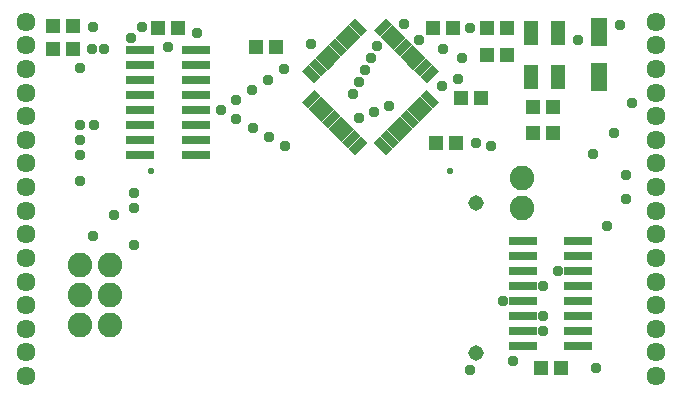
<source format=gbr>
G04 EAGLE Gerber RS-274X export*
G75*
%MOMM*%
%FSLAX34Y34*%
%LPD*%
%INSoldermask Top*%
%IPPOS*%
%AMOC8*
5,1,8,0,0,1.08239X$1,22.5*%
G01*
%ADD10C,0.553200*%
%ADD11R,2.387600X0.762000*%
%ADD12R,1.473200X0.762000*%
%ADD13R,0.762000X1.473200*%
%ADD14C,1.611200*%
%ADD15R,1.303200X1.203200*%
%ADD16C,2.082800*%
%ADD17C,1.311200*%
%ADD18R,1.303200X2.103200*%
%ADD19R,1.353200X2.403200*%
%ADD20C,0.959600*%


D10*
X119000Y186000D03*
X372000Y186000D03*
D11*
X480822Y38100D03*
X480822Y50800D03*
X480822Y63500D03*
X480822Y76200D03*
X480822Y88900D03*
X480822Y101600D03*
X480822Y114300D03*
X480822Y127000D03*
X433578Y127000D03*
X433578Y114300D03*
X433578Y101600D03*
X433578Y88900D03*
X433578Y76200D03*
X433578Y63500D03*
X433578Y50800D03*
X433578Y38100D03*
D12*
G36*
X347050Y265850D02*
X357466Y276266D01*
X362854Y270878D01*
X352438Y260462D01*
X347050Y265850D01*
G37*
G36*
X341393Y271507D02*
X351809Y281923D01*
X357197Y276535D01*
X346781Y266119D01*
X341393Y271507D01*
G37*
G36*
X335737Y277164D02*
X346153Y287580D01*
X351541Y282192D01*
X341125Y271776D01*
X335737Y277164D01*
G37*
G36*
X330080Y282821D02*
X340496Y293237D01*
X345884Y287849D01*
X335468Y277433D01*
X330080Y282821D01*
G37*
G36*
X324423Y288478D02*
X334839Y298894D01*
X340227Y293506D01*
X329811Y283090D01*
X324423Y288478D01*
G37*
G36*
X318766Y294135D02*
X329182Y304551D01*
X334570Y299163D01*
X324154Y288747D01*
X318766Y294135D01*
G37*
G36*
X313109Y299791D02*
X323525Y310207D01*
X328913Y304819D01*
X318497Y294403D01*
X313109Y299791D01*
G37*
G36*
X307452Y305448D02*
X317868Y315864D01*
X323256Y310476D01*
X312840Y300060D01*
X307452Y305448D01*
G37*
D13*
G36*
X286344Y310476D02*
X291732Y315864D01*
X302148Y305448D01*
X296760Y300060D01*
X286344Y310476D01*
G37*
G36*
X280687Y304819D02*
X286075Y310207D01*
X296491Y299791D01*
X291103Y294403D01*
X280687Y304819D01*
G37*
G36*
X275030Y299163D02*
X280418Y304551D01*
X290834Y294135D01*
X285446Y288747D01*
X275030Y299163D01*
G37*
G36*
X269373Y293506D02*
X274761Y298894D01*
X285177Y288478D01*
X279789Y283090D01*
X269373Y293506D01*
G37*
G36*
X263716Y287849D02*
X269104Y293237D01*
X279520Y282821D01*
X274132Y277433D01*
X263716Y287849D01*
G37*
G36*
X258059Y282192D02*
X263447Y287580D01*
X273863Y277164D01*
X268475Y271776D01*
X258059Y282192D01*
G37*
G36*
X252403Y276535D02*
X257791Y281923D01*
X268207Y271507D01*
X262819Y266119D01*
X252403Y276535D01*
G37*
G36*
X246746Y270878D02*
X252134Y276266D01*
X262550Y265850D01*
X257162Y260462D01*
X246746Y270878D01*
G37*
D12*
G36*
X246746Y244742D02*
X257162Y255158D01*
X262550Y249770D01*
X252134Y239354D01*
X246746Y244742D01*
G37*
G36*
X252403Y239085D02*
X262819Y249501D01*
X268207Y244113D01*
X257791Y233697D01*
X252403Y239085D01*
G37*
G36*
X258059Y233428D02*
X268475Y243844D01*
X273863Y238456D01*
X263447Y228040D01*
X258059Y233428D01*
G37*
G36*
X263716Y227771D02*
X274132Y238187D01*
X279520Y232799D01*
X269104Y222383D01*
X263716Y227771D01*
G37*
G36*
X269373Y222114D02*
X279789Y232530D01*
X285177Y227142D01*
X274761Y216726D01*
X269373Y222114D01*
G37*
G36*
X275030Y216457D02*
X285446Y226873D01*
X290834Y221485D01*
X280418Y211069D01*
X275030Y216457D01*
G37*
G36*
X280687Y210801D02*
X291103Y221217D01*
X296491Y215829D01*
X286075Y205413D01*
X280687Y210801D01*
G37*
G36*
X286344Y205144D02*
X296760Y215560D01*
X302148Y210172D01*
X291732Y199756D01*
X286344Y205144D01*
G37*
D13*
G36*
X307452Y210172D02*
X312840Y215560D01*
X323256Y205144D01*
X317868Y199756D01*
X307452Y210172D01*
G37*
G36*
X313109Y215829D02*
X318497Y221217D01*
X328913Y210801D01*
X323525Y205413D01*
X313109Y215829D01*
G37*
G36*
X318766Y221485D02*
X324154Y226873D01*
X334570Y216457D01*
X329182Y211069D01*
X318766Y221485D01*
G37*
G36*
X324423Y227142D02*
X329811Y232530D01*
X340227Y222114D01*
X334839Y216726D01*
X324423Y227142D01*
G37*
G36*
X330080Y232799D02*
X335468Y238187D01*
X345884Y227771D01*
X340496Y222383D01*
X330080Y232799D01*
G37*
G36*
X335737Y238456D02*
X341125Y243844D01*
X351541Y233428D01*
X346153Y228040D01*
X335737Y238456D01*
G37*
G36*
X341393Y244113D02*
X346781Y249501D01*
X357197Y239085D01*
X351809Y233697D01*
X341393Y244113D01*
G37*
G36*
X347050Y249770D02*
X352438Y255158D01*
X362854Y244742D01*
X357466Y239354D01*
X347050Y249770D01*
G37*
D14*
X546260Y312560D03*
X546260Y292560D03*
X546260Y272560D03*
X546260Y252560D03*
X546260Y232560D03*
X546260Y212560D03*
X546260Y192560D03*
X546260Y172560D03*
X546260Y152560D03*
X546260Y132560D03*
X546260Y112560D03*
X546260Y92560D03*
X546260Y72560D03*
X546260Y52560D03*
X546260Y32560D03*
X546260Y12560D03*
X12860Y312560D03*
X12860Y292560D03*
X12860Y272560D03*
X12860Y252560D03*
X12860Y232560D03*
X12860Y212560D03*
X12860Y192560D03*
X12860Y172560D03*
X12860Y152560D03*
X12860Y132560D03*
X12860Y112560D03*
X12860Y92560D03*
X12860Y72560D03*
X12860Y52560D03*
X12860Y32560D03*
X12860Y12560D03*
D11*
X109728Y288290D03*
X109728Y275590D03*
X109728Y262890D03*
X109728Y250190D03*
X109728Y237490D03*
X109728Y224790D03*
X109728Y212090D03*
X109728Y199390D03*
X156972Y199390D03*
X156972Y212090D03*
X156972Y224790D03*
X156972Y237490D03*
X156972Y250190D03*
X156972Y262890D03*
X156972Y275590D03*
X156972Y288290D03*
D15*
X419980Y284480D03*
X402980Y284480D03*
X419980Y307340D03*
X402980Y307340D03*
X141850Y307340D03*
X124850Y307340D03*
X448700Y19050D03*
X465700Y19050D03*
X381390Y247650D03*
X398390Y247650D03*
X359800Y209550D03*
X376800Y209550D03*
X374260Y307340D03*
X357260Y307340D03*
X442350Y218440D03*
X459350Y218440D03*
X442350Y240030D03*
X459350Y240030D03*
X224400Y290830D03*
X207400Y290830D03*
X35950Y308610D03*
X52950Y308610D03*
X35950Y289560D03*
X52950Y289560D03*
D16*
X433070Y154940D03*
X433070Y180340D03*
D17*
X393700Y158750D03*
X393700Y31750D03*
D18*
X463366Y265980D03*
X440366Y302980D03*
X440366Y265980D03*
X463366Y302980D03*
D19*
X497840Y303480D03*
X497840Y265480D03*
D16*
X83820Y55880D03*
X58420Y55880D03*
X83820Y81280D03*
X58420Y81280D03*
X83820Y106680D03*
X58420Y106680D03*
D20*
X365125Y257810D03*
X393700Y209550D03*
X495300Y19050D03*
X388620Y17780D03*
X504825Y139700D03*
X111125Y307975D03*
X382270Y281940D03*
X492760Y200660D03*
X78740Y289560D03*
X133350Y291465D03*
X388620Y307340D03*
X104140Y167640D03*
X480060Y297180D03*
X515620Y309880D03*
X525780Y243840D03*
X254000Y294005D03*
X365760Y289560D03*
X294640Y261620D03*
X450850Y63500D03*
X309880Y292100D03*
X450850Y88900D03*
X332740Y310515D03*
X417350Y76200D03*
X177800Y238125D03*
X191135Y230505D03*
X205105Y222885D03*
X299720Y271780D03*
X450850Y50800D03*
X217805Y263525D03*
X58420Y199390D03*
X204470Y254635D03*
X190500Y246380D03*
X58420Y177800D03*
X231775Y272415D03*
X58420Y212090D03*
X104140Y123825D03*
X289560Y251460D03*
X463550Y101600D03*
X232410Y207645D03*
X406400Y207645D03*
X218440Y215265D03*
X304800Y281940D03*
X425450Y25400D03*
X520700Y162560D03*
X520700Y182880D03*
X157480Y302895D03*
X101600Y299085D03*
X345440Y297180D03*
X378460Y264160D03*
X510540Y218440D03*
X58420Y224790D03*
X58420Y273685D03*
X87630Y148590D03*
X69850Y130810D03*
X69850Y307975D03*
X320040Y241300D03*
X68580Y289560D03*
X294640Y231140D03*
X307340Y236220D03*
X104140Y154940D03*
X70235Y225040D03*
M02*

</source>
